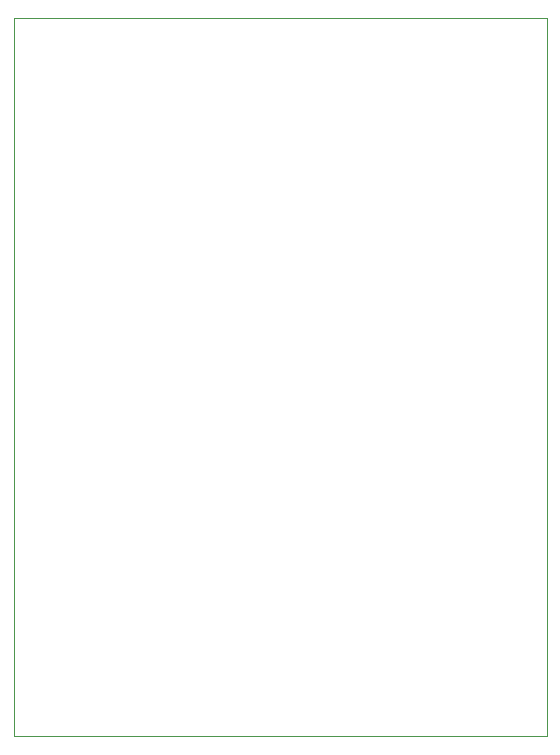
<source format=gbr>
G04 PROTEUS GERBER X2 FILE*
%TF.GenerationSoftware,Labcenter,Proteus,8.17-SP2-Build37159*%
%TF.CreationDate,2024-06-19T10:01:46+00:00*%
%TF.FileFunction,NonPlated,1,2,NPTH*%
%TF.FilePolarity,Positive*%
%TF.Part,Single*%
%TF.SameCoordinates,{53f4b883-0e9e-4027-bc31-63d81b4ca661}*%
%FSLAX45Y45*%
%MOMM*%
G01*
%TA.AperFunction,Profile*%
%ADD16C,0.101600*%
%TD.AperFunction*%
D16*
X-8030000Y-2450000D02*
X-3520000Y-2450000D01*
X-3520000Y+3630000D01*
X-8030000Y+3630000D01*
X-8030000Y-2450000D01*
M02*

</source>
